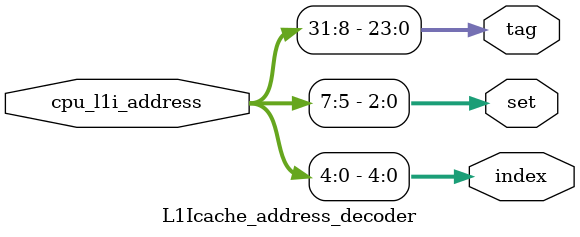
<source format=sv>
module L1Icache_address_decoder
(
	input [31:0] cpu_l1i_address,
	output logic [4:0] index,
	output logic [2:0] set,
	output logic [23:0] tag
);

always_comb
begin
	index = cpu_l1i_address[4:0];
	set = cpu_l1i_address[7:5];
	tag = cpu_l1i_address[31:8];
end

endmodule : L1Icache_address_decoder
</source>
